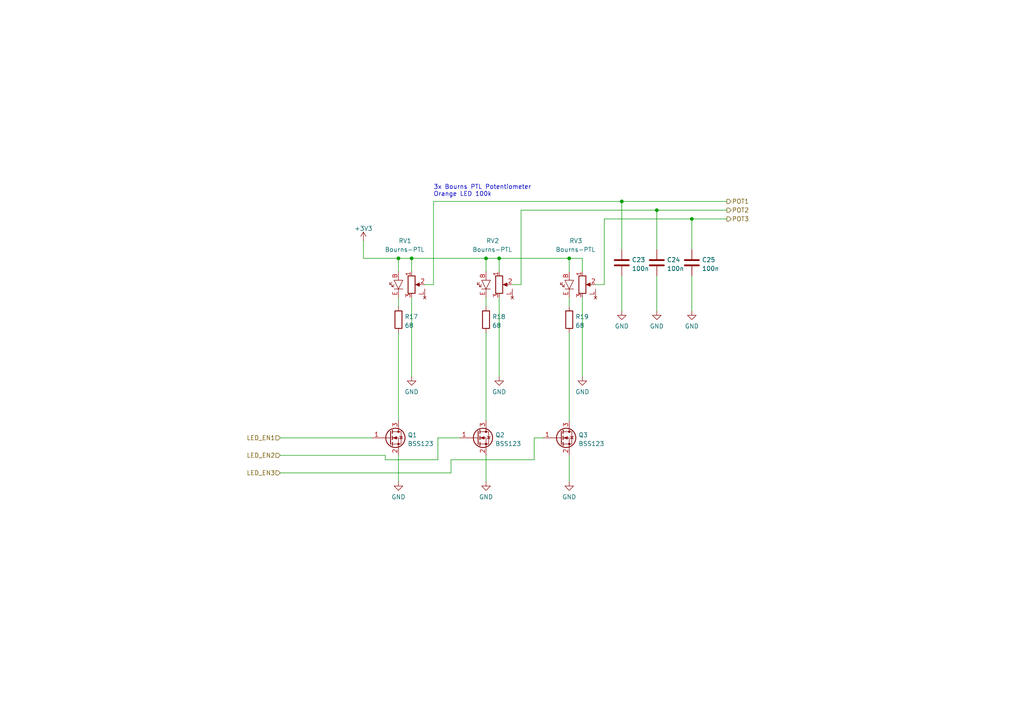
<source format=kicad_sch>
(kicad_sch (version 20211123) (generator eeschema)
  (paper "A4")
  (title_block (title "Microscope Ring Light Remote") (date "2022-07-23") (rev "v1.0") (company "Shimatta"))
  (lib_symbols
    (symbol "Device:C" (pin_numbers hide) (pin_names (offset 0.254))
      (property "Reference" "C" (at 0.635 2.54 0))
      (property "Value" "C" (at 0.635 -2.54 0))
      (symbol "C_0_1"
        (polyline (pts (xy -2.032 -0.762) (xy 2.032 -0.762)) (stroke (width 0.508)))
        (polyline (pts (xy -2.032 0.762) (xy 2.032 0.762)) (stroke (width 0.508)))
      )
      (symbol "C_1_1"
        (pin passive line (at 0 3.81 270) (length 2.794) (name "~") (number "1"))
        (pin passive line (at 0 -3.81 90) (length 2.794) (name "~") (number "2"))
      )
    )
    (symbol "Device:R" (pin_numbers hide) (pin_names (offset 0))
      (property "Reference" "R" (at 2.032 0 90))
      (property "Value" "R" (at 0 0 90))
      (symbol "R_0_1"
        (rectangle (start -1.016 -2.54) (end 1.016 2.54) (stroke (width 0.254)))
      )
      (symbol "R_1_1"
        (pin passive line (at 0 3.81 270) (length 1.27) (name "~") (number "1"))
        (pin passive line (at 0 -3.81 90) (length 1.27) (name "~") (number "2"))
      )
    )
    (symbol "Transistor_FET:BSS123" (pin_names hide)
      (property "Reference" "Q" (at 5.08 1.905 0))
      (property "Value" "BSS123" (at 5.08 0 0))
      (symbol "BSS123_0_1"
        (polyline (pts (xy 0.254 0) (xy -2.54 0)))
        (polyline (pts (xy 0.254 1.905) (xy 0.254 -1.905)) (stroke (width 0.254)))
        (polyline (pts (xy 0.762 -1.27) (xy 0.762 -2.286)) (stroke (width 0.254)))
        (polyline (pts (xy 0.762 0.508) (xy 0.762 -0.508)) (stroke (width 0.254)))
        (polyline (pts (xy 0.762 2.286) (xy 0.762 1.27)) (stroke (width 0.254)))
        (polyline (pts (xy 2.54 2.54) (xy 2.54 1.778)))
        (polyline (pts (xy 2.54 -2.54) (xy 2.54 0) (xy 0.762 0)))
        (polyline (pts (xy 0.762 -1.778) (xy 3.302 -1.778) (xy 3.302 1.778) (xy 0.762 1.778)))
        (polyline (pts (xy 1.016 0) (xy 2.032 0.381) (xy 2.032 -0.381) (xy 1.016 0)) (fill (type outline)))
        (polyline (pts (xy 2.794 0.508) (xy 2.921 0.381) (xy 3.683 0.381) (xy 3.81 0.254)))
        (polyline (pts (xy 3.302 0.381) (xy 2.921 -0.254) (xy 3.683 -0.254) (xy 3.302 0.381)))
        (circle (center 1.651 0) (radius 2.794) (stroke (width 0.254)))
        (circle (center 2.54 -1.778) (radius 0.254) (fill (type outline)))
        (circle (center 2.54 1.778) (radius 0.254) (fill (type outline)))
      )
      (symbol "BSS123_1_1"
        (pin input line (at -5.08 0 0) (length 2.54) (name "G") (number "1"))
        (pin passive line (at 2.54 -5.08 90) (length 2.54) (name "S") (number "2"))
        (pin passive line (at 2.54 5.08 270) (length 2.54) (name "D") (number "3"))
      )
    )
    (symbol "power:+3V3" (power) (pin_names (offset 0))
      (property "Value" "+3V3" (at 0 3.556 0))
      (symbol "+3V3_0_1"
        (polyline (pts (xy -0.762 1.27) (xy 0 2.54)))
        (polyline (pts (xy 0 0) (xy 0 2.54)))
        (polyline (pts (xy 0 2.54) (xy 0.762 1.27)))
      )
      (symbol "+3V3_1_1"
        (pin power_in line (at 0 0 90) (length 0) hide (name "+3V3") (number "1"))
      )
    )
    (symbol "power:GND" (power) (pin_names (offset 0))
      (property "Value" "GND" (at 0 -3.81 0))
      (symbol "GND_0_1"
        (polyline (pts (xy 0 0) (xy 0 -1.27) (xy 1.27 -1.27) (xy 0 -2.54) (xy -1.27 -1.27) (xy 0 -1.27)))
      )
      (symbol "GND_1_1"
        (pin power_in line (at 0 0 270) (length 0) hide (name "GND") (number "1"))
      )
    )
    (symbol "shimatta_potentiometer:Bourns-PTL" (pin_names (offset 1.016) hide)
      (property "Reference" "RV" (at -8.89 0 90))
      (property "Value" "Bourns-PTL" (at -7.62 0 90))
      (symbol "Bourns-PTL_0_1"
        (polyline (pts (xy -5.715 -0.635) (xy -5.08 -0.635)) (stroke (width 0.1524)))
        (polyline (pts (xy -5.08 -1.27) (xy -2.54 -1.27)) (stroke (width 0.1524)))
        (polyline (pts (xy 2.54 0) (xy 1.524 0)))
        (polyline (pts (xy -5.08 0) (xy -5.715 -0.635) (xy -5.715 0)) (stroke (width 0.1524)))
        (polyline (pts (xy -2.54 1.27) (xy -5.08 1.27) (xy -3.81 -1.27) (xy -2.54 1.27)) (stroke (width 0.1524)))
        (polyline (pts (xy 1.143 0) (xy 2.286 0.508) (xy 2.286 -0.508) (xy 1.143 0)) (fill (type outline)))
        (polyline (pts (xy -5.715 0.635) (xy -6.35 0) (xy -6.35 0.635) (xy -6.35 0) (xy -5.715 0)) (stroke (width 0.1524)))
        (rectangle (start 1.016 2.54) (end -1.016 -2.54) (stroke (width 0.254)))
      )
      (symbol "Bourns-PTL_1_1"
        (pin passive line (at 0 3.81 270) (length 1.27) (name "1") (number "1"))
        (pin passive line (at 3.81 0 180) (length 1.27) (name "2") (number "2"))
        (pin passive line (at 0 -3.81 90) (length 1.27) (name "3") (number "3"))
        (pin passive line (at -3.81 3.81 270) (length 2.54) (name "B") (number "B"))
        (pin passive line (at -3.81 -3.81 90) (length 2.54) (name "E") (number "E"))
        (pin no_connect line (at 3.81 -3.81 90) (length 2.54) (name "L") (number "L"))
      )
    )
  )
  (junction (at 180.34 58.42))
  (junction (at 140.97 74.93))
  (junction (at 144.78 74.93))
  (junction (at 119.38 74.93))
  (junction (at 165.1 74.93))
  (junction (at 115.57 74.93))
  (junction (at 200.66 63.5))
  (junction (at 190.5 60.96))
  (wire (pts (xy 180.34 58.42) (xy 210.82 58.42)))
  (wire (pts (xy 172.72 82.55) (xy 175.26 82.55)))
  (wire (pts (xy 165.1 96.52) (xy 165.1 121.92)))
  (wire (pts (xy 115.57 74.93) (xy 119.38 74.93)))
  (wire (pts (xy 165.1 74.93) (xy 168.91 74.93)))
  (wire (pts (xy 81.28 132.08) (xy 111.76 132.08)))
  (wire (pts (xy 105.41 69.85) (xy 105.41 74.93)))
  (wire (pts (xy 130.81 137.16) (xy 130.81 133.35)))
  (wire (pts (xy 111.76 132.08) (xy 111.76 133.35)))
  (wire (pts (xy 148.59 82.55) (xy 151.13 82.55)))
  (wire (pts (xy 165.1 86.36) (xy 165.1 88.9)))
  (wire (pts (xy 168.91 86.36) (xy 168.91 109.22)))
  (wire (pts (xy 119.38 74.93) (xy 119.38 78.74)))
  (wire (pts (xy 125.73 58.42) (xy 180.34 58.42)))
  (wire (pts (xy 200.66 63.5) (xy 210.82 63.5)))
  (wire (pts (xy 154.94 133.35) (xy 154.94 127)))
  (wire (pts (xy 180.34 80.01) (xy 180.34 90.17)))
  (wire (pts (xy 127 127) (xy 133.35 127)))
  (wire (pts (xy 190.5 60.96) (xy 190.5 72.39)))
  (wire (pts (xy 119.38 74.93) (xy 140.97 74.93)))
  (wire (pts (xy 144.78 74.93) (xy 144.78 78.74)))
  (wire (pts (xy 81.28 127) (xy 107.95 127)))
  (wire (pts (xy 140.97 74.93) (xy 140.97 78.74)))
  (wire (pts (xy 175.26 82.55) (xy 175.26 63.5)))
  (wire (pts (xy 151.13 60.96) (xy 190.5 60.96)))
  (wire (pts (xy 127 133.35) (xy 127 127)))
  (wire (pts (xy 144.78 86.36) (xy 144.78 109.22)))
  (wire (pts (xy 115.57 86.36) (xy 115.57 88.9)))
  (wire (pts (xy 140.97 132.08) (xy 140.97 139.7)))
  (wire (pts (xy 140.97 86.36) (xy 140.97 88.9)))
  (wire (pts (xy 130.81 133.35) (xy 154.94 133.35)))
  (wire (pts (xy 115.57 132.08) (xy 115.57 139.7)))
  (wire (pts (xy 140.97 96.52) (xy 140.97 121.92)))
  (wire (pts (xy 125.73 82.55) (xy 125.73 58.42)))
  (wire (pts (xy 165.1 74.93) (xy 165.1 78.74)))
  (wire (pts (xy 119.38 86.36) (xy 119.38 109.22)))
  (wire (pts (xy 154.94 127) (xy 157.48 127)))
  (wire (pts (xy 81.28 137.16) (xy 130.81 137.16)))
  (wire (pts (xy 190.5 80.01) (xy 190.5 90.17)))
  (wire (pts (xy 200.66 63.5) (xy 200.66 72.39)))
  (wire (pts (xy 144.78 74.93) (xy 165.1 74.93)))
  (wire (pts (xy 190.5 60.96) (xy 210.82 60.96)))
  (wire (pts (xy 140.97 74.93) (xy 144.78 74.93)))
  (wire (pts (xy 105.41 74.93) (xy 115.57 74.93)))
  (wire (pts (xy 151.13 82.55) (xy 151.13 60.96)))
  (wire (pts (xy 165.1 132.08) (xy 165.1 139.7)))
  (wire (pts (xy 115.57 96.52) (xy 115.57 121.92)))
  (wire (pts (xy 123.19 82.55) (xy 125.73 82.55)))
  (wire (pts (xy 200.66 80.01) (xy 200.66 90.17)))
  (wire (pts (xy 168.91 74.93) (xy 168.91 78.74)))
  (wire (pts (xy 180.34 58.42) (xy 180.34 72.39)))
  (wire (pts (xy 115.57 74.93) (xy 115.57 78.74)))
  (wire (pts (xy 175.26 63.5) (xy 200.66 63.5)))
  (wire (pts (xy 111.76 133.35) (xy 127 133.35)))
  (text "3x Bourns PTL Potentiometer\nOrange LED 100k" (at 125.73 57.15 0) (effects (font (size 1.27 1.27)) (justify left bottom)))
  (hierarchical_label "POT1" (shape output) (at 210.82 58.42 0))
  (hierarchical_label "LED_EN1" (shape input) (at 81.28 127 180))
  (hierarchical_label "LED_EN2" (shape input) (at 81.28 132.08 180))
  (hierarchical_label "LED_EN3" (shape input) (at 81.28 137.16 180))
  (hierarchical_label "POT2" (shape output) (at 210.82 60.96 0))
  (hierarchical_label "POT3" (shape output) (at 210.82 63.5 0))
  (symbol (lib_id "power:GND") (at 140.97 139.7 0) (unit 1)
    (property "Reference" "#PWR055" (effects hide))
    (property "Value" "GND" (at 140.97 144.1434 0))
  )
  (symbol (lib_id "power:GND") (at 144.78 109.22 0) (unit 1)
    (property "Reference" "#PWR052" (effects hide))
    (property "Value" "GND" (at 144.78 113.6634 0))
  )
  (symbol (lib_id "power:GND") (at 165.1 139.7 0) (unit 1)
    (property "Reference" "#PWR056" (effects hide))
    (property "Value" "GND" (at 165.1 144.1434 0))
  )
  (symbol (lib_id "Device:C") (at 190.5 76.2 0) (unit 1)
    (property "Reference" "C24" (at 193.421 75.3653 0) (effects (justify left)))
    (property "Value" "100n" (at 193.421 77.9022 0) (effects (justify left)))
    (property "Footprint" "Capacitor_SMD:C_0603_1608Metric" (effects hide))
  )
  (symbol (lib_id "shimatta_potentiometer:Bourns-PTL") (at 119.38 82.55 0) (unit 1)
    (property "Reference" "RV1" (at 119.38 69.85 0) (effects (justify right)))
    (property "Value" "Bourns-PTL" (at 123.19 72.39 0) (effects (justify right)))
    (property "Footprint" "shimatta_tht:PTL60-19-X" (effects hide))
    (property "Datasheet" "https://www.mouser.de/datasheet/2/54/PTL-777483.pdf" (effects hide))
  )
  (symbol (lib_id "Device:R") (at 140.97 92.71 0) (unit 1)
    (property "Reference" "R18" (at 142.748 91.8753 0) (effects (justify left)))
    (property "Value" "68" (at 142.748 94.4122 0) (effects (justify left)))
    (property "Footprint" "Resistor_SMD:R_0603_1608Metric" (effects hide))
  )
  (symbol (lib_id "Device:R") (at 165.1 92.71 0) (unit 1)
    (property "Reference" "R19" (at 166.878 91.8753 0) (effects (justify left)))
    (property "Value" "68" (at 166.878 94.4122 0) (effects (justify left)))
    (property "Footprint" "Resistor_SMD:R_0603_1608Metric" (effects hide))
  )
  (symbol (lib_id "shimatta_potentiometer:Bourns-PTL") (at 168.91 82.55 0) (unit 1)
    (property "Reference" "RV3" (at 168.91 69.85 0) (effects (justify right)))
    (property "Value" "Bourns-PTL" (at 172.72 72.39 0) (effects (justify right)))
    (property "Footprint" "shimatta_tht:PTL60-19-X" (effects hide))
    (property "Datasheet" "https://www.mouser.de/datasheet/2/54/PTL-777483.pdf" (effects hide))
  )
  (symbol (lib_id "Transistor_FET:BSS123") (at 162.56 127 0) (unit 1)
    (property "Reference" "Q3" (at 167.767 126.1653 0) (effects (justify left)))
    (property "Value" "BSS123" (at 167.767 128.7022 0) (effects (justify left)))
    (property "Footprint" "Package_TO_SOT_SMD:SOT-23" (effects hide))
    (property "Datasheet" "http://www.diodes.com/assets/Datasheets/ds30366.pdf" (effects hide))
  )
  (symbol (lib_id "power:+3V3") (at 105.41 69.85 0) (unit 1)
    (property "Reference" "#PWR047" (effects hide))
    (property "Value" "+3V3" (at 105.41 66.2742 0))
  )
  (symbol (lib_id "power:GND") (at 180.34 90.17 0) (unit 1)
    (property "Reference" "#PWR048" (effects hide))
    (property "Value" "GND" (at 180.34 94.6134 0))
  )
  (symbol (lib_id "Transistor_FET:BSS123") (at 138.43 127 0) (unit 1)
    (property "Reference" "Q2" (at 143.637 126.1653 0) (effects (justify left)))
    (property "Value" "BSS123" (at 143.637 128.7022 0) (effects (justify left)))
    (property "Footprint" "Package_TO_SOT_SMD:SOT-23" (effects hide))
    (property "Datasheet" "http://www.diodes.com/assets/Datasheets/ds30366.pdf" (effects hide))
  )
  (symbol (lib_id "power:GND") (at 115.57 139.7 0) (unit 1)
    (property "Reference" "#PWR054" (effects hide))
    (property "Value" "GND" (at 115.57 144.1434 0))
  )
  (symbol (lib_id "power:GND") (at 190.5 90.17 0) (unit 1)
    (property "Reference" "#PWR049" (effects hide))
    (property "Value" "GND" (at 190.5 94.6134 0))
  )
  (symbol (lib_id "power:GND") (at 168.91 109.22 0) (unit 1)
    (property "Reference" "#PWR053" (effects hide))
    (property "Value" "GND" (at 168.91 113.6634 0))
  )
  (symbol (lib_id "power:GND") (at 200.66 90.17 0) (unit 1)
    (property "Reference" "#PWR050" (effects hide))
    (property "Value" "GND" (at 200.66 94.6134 0))
  )
  (symbol (lib_id "Device:C") (at 200.66 76.2 0) (unit 1)
    (property "Reference" "C25" (at 203.581 75.3653 0) (effects (justify left)))
    (property "Value" "100n" (at 203.581 77.9022 0) (effects (justify left)))
    (property "Footprint" "Capacitor_SMD:C_0603_1608Metric" (effects hide))
  )
  (symbol (lib_id "Device:C") (at 180.34 76.2 0) (unit 1)
    (property "Reference" "C23" (at 183.261 75.3653 0) (effects (justify left)))
    (property "Value" "100n" (at 183.261 77.9022 0) (effects (justify left)))
    (property "Footprint" "Capacitor_SMD:C_0603_1608Metric" (effects hide))
  )
  (symbol (lib_id "power:GND") (at 119.38 109.22 0) (unit 1)
    (property "Reference" "#PWR051" (effects hide))
    (property "Value" "GND" (at 119.38 113.6634 0))
  )
  (symbol (lib_id "Device:R") (at 115.57 92.71 0) (unit 1)
    (property "Reference" "R17" (at 117.348 91.8753 0) (effects (justify left)))
    (property "Value" "68" (at 117.348 94.4122 0) (effects (justify left)))
    (property "Footprint" "Resistor_SMD:R_0603_1608Metric" (effects hide))
  )
  (symbol (lib_id "Transistor_FET:BSS123") (at 113.03 127 0) (unit 1)
    (property "Reference" "Q1" (at 118.237 126.1653 0) (effects (justify left)))
    (property "Value" "BSS123" (at 118.237 128.7022 0) (effects (justify left)))
    (property "Footprint" "Package_TO_SOT_SMD:SOT-23" (effects hide))
    (property "Datasheet" "http://www.diodes.com/assets/Datasheets/ds30366.pdf" (effects hide))
  )
  (symbol (lib_id "shimatta_potentiometer:Bourns-PTL") (at 144.78 82.55 0) (unit 1)
    (property "Reference" "RV2" (at 144.78 69.85 0) (effects (justify right)))
    (property "Value" "Bourns-PTL" (at 148.59 72.39 0) (effects (justify right)))
    (property "Footprint" "shimatta_tht:PTL60-19-X" (effects hide))
    (property "Datasheet" "https://www.mouser.de/datasheet/2/54/PTL-777483.pdf" (effects hide))
  )
)
</source>
